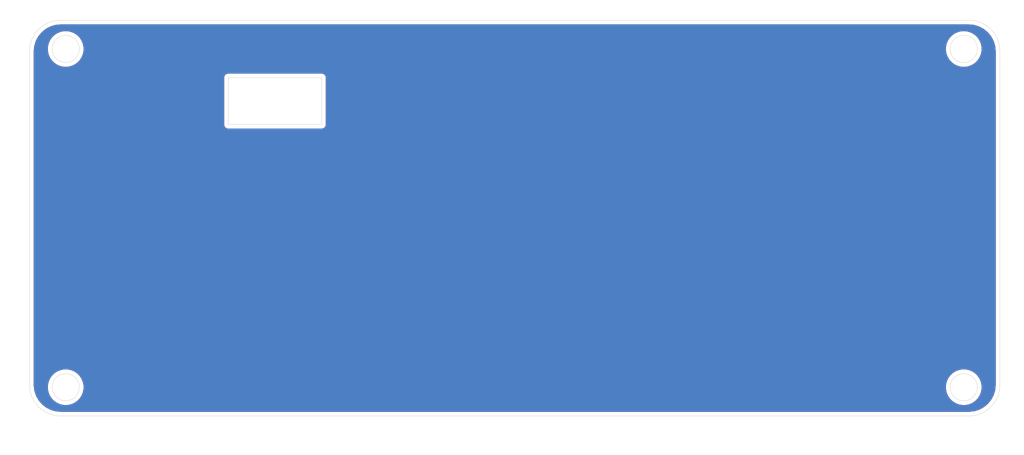
<source format=kicad_pcb>
(kicad_pcb (version 20171130) (host pcbnew "(5.1.9)-1")

  (general
    (thickness 1.6)
    (drawings 16)
    (tracks 0)
    (zones 0)
    (modules 0)
    (nets 1)
  )

  (page A4)
  (layers
    (0 F.Cu signal)
    (31 B.Cu signal)
    (32 B.Adhes user)
    (33 F.Adhes user)
    (34 B.Paste user)
    (35 F.Paste user)
    (36 B.SilkS user)
    (37 F.SilkS user)
    (38 B.Mask user)
    (39 F.Mask user)
    (40 Dwgs.User user)
    (41 Cmts.User user)
    (42 Eco1.User user)
    (43 Eco2.User user)
    (44 Edge.Cuts user)
    (45 Margin user)
    (46 B.CrtYd user)
    (47 F.CrtYd user)
    (48 B.Fab user)
    (49 F.Fab user)
  )

  (setup
    (last_trace_width 0.25)
    (trace_clearance 0.2)
    (zone_clearance 0.508)
    (zone_45_only no)
    (trace_min 0.2)
    (via_size 0.8)
    (via_drill 0.4)
    (via_min_size 0.4)
    (via_min_drill 0.3)
    (uvia_size 0.3)
    (uvia_drill 0.1)
    (uvias_allowed no)
    (uvia_min_size 0.2)
    (uvia_min_drill 0.1)
    (edge_width 0.05)
    (segment_width 0.2)
    (pcb_text_width 0.3)
    (pcb_text_size 1.5 1.5)
    (mod_edge_width 0.12)
    (mod_text_size 1 1)
    (mod_text_width 0.15)
    (pad_size 1.524 1.524)
    (pad_drill 0.762)
    (pad_to_mask_clearance 0)
    (aux_axis_origin 0 0)
    (visible_elements 7FFFFFFF)
    (pcbplotparams
      (layerselection 0x010fc_ffffffff)
      (usegerberextensions false)
      (usegerberattributes true)
      (usegerberadvancedattributes true)
      (creategerberjobfile true)
      (excludeedgelayer true)
      (linewidth 0.100000)
      (plotframeref false)
      (viasonmask false)
      (mode 1)
      (useauxorigin false)
      (hpglpennumber 1)
      (hpglpenspeed 20)
      (hpglpendiameter 15.000000)
      (psnegative false)
      (psa4output false)
      (plotreference true)
      (plotvalue true)
      (plotinvisibletext false)
      (padsonsilk false)
      (subtractmaskfromsilk false)
      (outputformat 1)
      (mirror false)
      (drillshape 0)
      (scaleselection 1)
      (outputdirectory "Gerber/"))
  )

  (net 0 "")

  (net_class Default "This is the default net class."
    (clearance 0.2)
    (trace_width 0.25)
    (via_dia 0.8)
    (via_drill 0.4)
    (uvia_dia 0.3)
    (uvia_drill 0.1)
  )

  (gr_circle (center 120.15 47.2) (end 121.9 47.2) (layer Edge.Cuts) (width 0.05) (tstamp 61DCF53F))
  (gr_circle (center 4.65 47.2) (end 6.4 47.2) (layer Edge.Cuts) (width 0.05) (tstamp 61DCF53D))
  (gr_circle (center 120.15 3.7) (end 121.9 3.7) (layer Edge.Cuts) (width 0.05) (tstamp 61DCF53B))
  (gr_circle (center 4.65 3.7) (end 6.4 3.7) (layer Edge.Cuts) (width 0.05))
  (gr_arc (start 4 46.9) (end 0 47) (angle -90) (layer Edge.Cuts) (width 0.05))
  (gr_arc (start 120.8 46.9) (end 120.8 50.9) (angle -90) (layer Edge.Cuts) (width 0.05))
  (gr_arc (start 120.8 4) (end 124.8 4) (angle -90) (layer Edge.Cuts) (width 0.05))
  (gr_arc (start 4 4) (end 4 0) (angle -90) (layer Edge.Cuts) (width 0.05))
  (gr_line (start 37.565 7.4) (end 37.565 13.4) (layer Edge.Cuts) (width 0.05) (tstamp 61DCF4B6))
  (gr_line (start 25.565 7.4) (end 25.565 13.4) (layer Edge.Cuts) (width 0.05) (tstamp 61DCF4B5))
  (gr_line (start 25.565 7.4) (end 37.565 7.4) (layer Edge.Cuts) (width 0.05))
  (gr_line (start 25.565 13.4) (end 37.565 13.4) (layer Edge.Cuts) (width 0.05))
  (gr_line (start 124.8 46.9) (end 124.8 4) (layer Edge.Cuts) (width 0.05) (tstamp 61DCF3CC))
  (gr_line (start 4.1 50.9) (end 120.8 50.9) (layer Edge.Cuts) (width 0.05))
  (gr_line (start 0 4) (end 0 47) (layer Edge.Cuts) (width 0.05))
  (gr_line (start 4 0) (end 120.8 0) (layer Edge.Cuts) (width 0.05))

  (zone (net 0) (net_name "") (layer F.Cu) (tstamp 0) (hatch edge 0.508)
    (connect_pads (clearance 0.508))
    (min_thickness 0.254)
    (fill yes (arc_segments 32) (thermal_gap 0.508) (thermal_bridge_width 0.508))
    (polygon
      (pts
        (xy 127.9 55.9) (xy -3.8 55.9) (xy -2.7 -2.6) (xy 127.9 -2.6)
      )
    )
    (filled_polygon
      (pts
        (xy 121.448126 0.726714) (xy 122.071572 0.914943) (xy 122.646579 1.220681) (xy 123.151247 1.632279) (xy 123.566362 2.134067)
        (xy 123.876105 2.706924) (xy 124.068682 3.329039) (xy 124.140001 4.007594) (xy 124.14 46.867721) (xy 124.073286 47.548126)
        (xy 123.885057 48.17157) (xy 123.579323 48.746573) (xy 123.167721 49.251248) (xy 122.665933 49.666362) (xy 122.093077 49.976104)
        (xy 121.470961 50.168682) (xy 120.792417 50.24) (xy 4.124022 50.24) (xy 3.433667 50.189692) (xy 2.805481 50.017039)
        (xy 2.2228 49.725663) (xy 1.707804 49.326653) (xy 1.280117 48.835211) (xy 0.956032 48.270063) (xy 0.747891 47.652728)
        (xy 0.66 46.978957) (xy 0.66 46.961818) (xy 2.231701 46.961818) (xy 2.231701 47.438182) (xy 2.324635 47.905392)
        (xy 2.506931 48.345494) (xy 2.771585 48.741576) (xy 3.108424 49.078415) (xy 3.504506 49.343069) (xy 3.944608 49.525365)
        (xy 4.411818 49.618299) (xy 4.888182 49.618299) (xy 5.355392 49.525365) (xy 5.795494 49.343069) (xy 6.191576 49.078415)
        (xy 6.528415 48.741576) (xy 6.793069 48.345494) (xy 6.975365 47.905392) (xy 7.068299 47.438182) (xy 7.068299 46.961818)
        (xy 117.731701 46.961818) (xy 117.731701 47.438182) (xy 117.824635 47.905392) (xy 118.006931 48.345494) (xy 118.271585 48.741576)
        (xy 118.608424 49.078415) (xy 119.004506 49.343069) (xy 119.444608 49.525365) (xy 119.911818 49.618299) (xy 120.388182 49.618299)
        (xy 120.855392 49.525365) (xy 121.295494 49.343069) (xy 121.691576 49.078415) (xy 122.028415 48.741576) (xy 122.293069 48.345494)
        (xy 122.475365 47.905392) (xy 122.568299 47.438182) (xy 122.568299 46.961818) (xy 122.475365 46.494608) (xy 122.293069 46.054506)
        (xy 122.028415 45.658424) (xy 121.691576 45.321585) (xy 121.295494 45.056931) (xy 120.855392 44.874635) (xy 120.388182 44.781701)
        (xy 119.911818 44.781701) (xy 119.444608 44.874635) (xy 119.004506 45.056931) (xy 118.608424 45.321585) (xy 118.271585 45.658424)
        (xy 118.006931 46.054506) (xy 117.824635 46.494608) (xy 117.731701 46.961818) (xy 7.068299 46.961818) (xy 6.975365 46.494608)
        (xy 6.793069 46.054506) (xy 6.528415 45.658424) (xy 6.191576 45.321585) (xy 5.795494 45.056931) (xy 5.355392 44.874635)
        (xy 4.888182 44.781701) (xy 4.411818 44.781701) (xy 3.944608 44.874635) (xy 3.504506 45.056931) (xy 3.108424 45.321585)
        (xy 2.771585 45.658424) (xy 2.506931 46.054506) (xy 2.324635 46.494608) (xy 2.231701 46.961818) (xy 0.66 46.961818)
        (xy 0.66 7.4) (xy 24.901807 7.4) (xy 24.905 7.432419) (xy 24.905001 13.367571) (xy 24.901807 13.4)
        (xy 24.91455 13.529383) (xy 24.95229 13.653793) (xy 25.013575 13.76845) (xy 25.096052 13.868948) (xy 25.19655 13.951425)
        (xy 25.311207 14.01271) (xy 25.435617 14.05045) (xy 25.532581 14.06) (xy 25.565 14.063193) (xy 25.597419 14.06)
        (xy 37.532581 14.06) (xy 37.565 14.063193) (xy 37.597419 14.06) (xy 37.694383 14.05045) (xy 37.818793 14.01271)
        (xy 37.93345 13.951425) (xy 38.033948 13.868948) (xy 38.116425 13.76845) (xy 38.17771 13.653793) (xy 38.21545 13.529383)
        (xy 38.228193 13.4) (xy 38.225 13.367581) (xy 38.225 7.432419) (xy 38.228193 7.4) (xy 38.21545 7.270617)
        (xy 38.17771 7.146207) (xy 38.116425 7.03155) (xy 38.033948 6.931052) (xy 37.93345 6.848575) (xy 37.818793 6.78729)
        (xy 37.694383 6.74955) (xy 37.597419 6.74) (xy 37.565 6.736807) (xy 37.532581 6.74) (xy 25.597419 6.74)
        (xy 25.565 6.736807) (xy 25.532581 6.74) (xy 25.435617 6.74955) (xy 25.311207 6.78729) (xy 25.19655 6.848575)
        (xy 25.096052 6.931052) (xy 25.013575 7.03155) (xy 24.95229 7.146207) (xy 24.91455 7.270617) (xy 24.901807 7.4)
        (xy 0.66 7.4) (xy 0.66 4.032278) (xy 0.715933 3.461818) (xy 2.231701 3.461818) (xy 2.231701 3.938182)
        (xy 2.324635 4.405392) (xy 2.506931 4.845494) (xy 2.771585 5.241576) (xy 3.108424 5.578415) (xy 3.504506 5.843069)
        (xy 3.944608 6.025365) (xy 4.411818 6.118299) (xy 4.888182 6.118299) (xy 5.355392 6.025365) (xy 5.795494 5.843069)
        (xy 6.191576 5.578415) (xy 6.528415 5.241576) (xy 6.793069 4.845494) (xy 6.975365 4.405392) (xy 7.068299 3.938182)
        (xy 7.068299 3.461818) (xy 117.731701 3.461818) (xy 117.731701 3.938182) (xy 117.824635 4.405392) (xy 118.006931 4.845494)
        (xy 118.271585 5.241576) (xy 118.608424 5.578415) (xy 119.004506 5.843069) (xy 119.444608 6.025365) (xy 119.911818 6.118299)
        (xy 120.388182 6.118299) (xy 120.855392 6.025365) (xy 121.295494 5.843069) (xy 121.691576 5.578415) (xy 122.028415 5.241576)
        (xy 122.293069 4.845494) (xy 122.475365 4.405392) (xy 122.568299 3.938182) (xy 122.568299 3.461818) (xy 122.475365 2.994608)
        (xy 122.293069 2.554506) (xy 122.028415 2.158424) (xy 121.691576 1.821585) (xy 121.295494 1.556931) (xy 120.855392 1.374635)
        (xy 120.388182 1.281701) (xy 119.911818 1.281701) (xy 119.444608 1.374635) (xy 119.004506 1.556931) (xy 118.608424 1.821585)
        (xy 118.271585 2.158424) (xy 118.006931 2.554506) (xy 117.824635 2.994608) (xy 117.731701 3.461818) (xy 7.068299 3.461818)
        (xy 6.975365 2.994608) (xy 6.793069 2.554506) (xy 6.528415 2.158424) (xy 6.191576 1.821585) (xy 5.795494 1.556931)
        (xy 5.355392 1.374635) (xy 4.888182 1.281701) (xy 4.411818 1.281701) (xy 3.944608 1.374635) (xy 3.504506 1.556931)
        (xy 3.108424 1.821585) (xy 2.771585 2.158424) (xy 2.506931 2.554506) (xy 2.324635 2.994608) (xy 2.231701 3.461818)
        (xy 0.715933 3.461818) (xy 0.726714 3.351874) (xy 0.914943 2.728428) (xy 1.220681 2.153421) (xy 1.632279 1.648753)
        (xy 2.134067 1.233638) (xy 2.706924 0.923895) (xy 3.329039 0.731318) (xy 4.007584 0.66) (xy 120.767722 0.66)
      )
    )
  )
  (zone (net 0) (net_name "") (layer B.Cu) (tstamp 0) (hatch edge 0.508)
    (connect_pads (clearance 0.508))
    (min_thickness 0.254)
    (fill yes (arc_segments 32) (thermal_gap 0.508) (thermal_bridge_width 0.508))
    (polygon
      (pts
        (xy 127.4 54.6) (xy -3.2 54.6) (xy -3.2 -2.2) (xy 127.4 -2.2)
      )
    )
    (filled_polygon
      (pts
        (xy 121.448126 0.726714) (xy 122.071572 0.914943) (xy 122.646579 1.220681) (xy 123.151247 1.632279) (xy 123.566362 2.134067)
        (xy 123.876105 2.706924) (xy 124.068682 3.329039) (xy 124.140001 4.007594) (xy 124.14 46.867721) (xy 124.073286 47.548126)
        (xy 123.885057 48.17157) (xy 123.579323 48.746573) (xy 123.167721 49.251248) (xy 122.665933 49.666362) (xy 122.093077 49.976104)
        (xy 121.470961 50.168682) (xy 120.792417 50.24) (xy 4.124022 50.24) (xy 3.433667 50.189692) (xy 2.805481 50.017039)
        (xy 2.2228 49.725663) (xy 1.707804 49.326653) (xy 1.280117 48.835211) (xy 0.956032 48.270063) (xy 0.747891 47.652728)
        (xy 0.66 46.978957) (xy 0.66 46.961818) (xy 2.231701 46.961818) (xy 2.231701 47.438182) (xy 2.324635 47.905392)
        (xy 2.506931 48.345494) (xy 2.771585 48.741576) (xy 3.108424 49.078415) (xy 3.504506 49.343069) (xy 3.944608 49.525365)
        (xy 4.411818 49.618299) (xy 4.888182 49.618299) (xy 5.355392 49.525365) (xy 5.795494 49.343069) (xy 6.191576 49.078415)
        (xy 6.528415 48.741576) (xy 6.793069 48.345494) (xy 6.975365 47.905392) (xy 7.068299 47.438182) (xy 7.068299 46.961818)
        (xy 117.731701 46.961818) (xy 117.731701 47.438182) (xy 117.824635 47.905392) (xy 118.006931 48.345494) (xy 118.271585 48.741576)
        (xy 118.608424 49.078415) (xy 119.004506 49.343069) (xy 119.444608 49.525365) (xy 119.911818 49.618299) (xy 120.388182 49.618299)
        (xy 120.855392 49.525365) (xy 121.295494 49.343069) (xy 121.691576 49.078415) (xy 122.028415 48.741576) (xy 122.293069 48.345494)
        (xy 122.475365 47.905392) (xy 122.568299 47.438182) (xy 122.568299 46.961818) (xy 122.475365 46.494608) (xy 122.293069 46.054506)
        (xy 122.028415 45.658424) (xy 121.691576 45.321585) (xy 121.295494 45.056931) (xy 120.855392 44.874635) (xy 120.388182 44.781701)
        (xy 119.911818 44.781701) (xy 119.444608 44.874635) (xy 119.004506 45.056931) (xy 118.608424 45.321585) (xy 118.271585 45.658424)
        (xy 118.006931 46.054506) (xy 117.824635 46.494608) (xy 117.731701 46.961818) (xy 7.068299 46.961818) (xy 6.975365 46.494608)
        (xy 6.793069 46.054506) (xy 6.528415 45.658424) (xy 6.191576 45.321585) (xy 5.795494 45.056931) (xy 5.355392 44.874635)
        (xy 4.888182 44.781701) (xy 4.411818 44.781701) (xy 3.944608 44.874635) (xy 3.504506 45.056931) (xy 3.108424 45.321585)
        (xy 2.771585 45.658424) (xy 2.506931 46.054506) (xy 2.324635 46.494608) (xy 2.231701 46.961818) (xy 0.66 46.961818)
        (xy 0.66 7.4) (xy 24.901807 7.4) (xy 24.905 7.432419) (xy 24.905001 13.367571) (xy 24.901807 13.4)
        (xy 24.91455 13.529383) (xy 24.95229 13.653793) (xy 25.013575 13.76845) (xy 25.096052 13.868948) (xy 25.19655 13.951425)
        (xy 25.311207 14.01271) (xy 25.435617 14.05045) (xy 25.532581 14.06) (xy 25.565 14.063193) (xy 25.597419 14.06)
        (xy 37.532581 14.06) (xy 37.565 14.063193) (xy 37.597419 14.06) (xy 37.694383 14.05045) (xy 37.818793 14.01271)
        (xy 37.93345 13.951425) (xy 38.033948 13.868948) (xy 38.116425 13.76845) (xy 38.17771 13.653793) (xy 38.21545 13.529383)
        (xy 38.228193 13.4) (xy 38.225 13.367581) (xy 38.225 7.432419) (xy 38.228193 7.4) (xy 38.21545 7.270617)
        (xy 38.17771 7.146207) (xy 38.116425 7.03155) (xy 38.033948 6.931052) (xy 37.93345 6.848575) (xy 37.818793 6.78729)
        (xy 37.694383 6.74955) (xy 37.597419 6.74) (xy 37.565 6.736807) (xy 37.532581 6.74) (xy 25.597419 6.74)
        (xy 25.565 6.736807) (xy 25.532581 6.74) (xy 25.435617 6.74955) (xy 25.311207 6.78729) (xy 25.19655 6.848575)
        (xy 25.096052 6.931052) (xy 25.013575 7.03155) (xy 24.95229 7.146207) (xy 24.91455 7.270617) (xy 24.901807 7.4)
        (xy 0.66 7.4) (xy 0.66 4.032278) (xy 0.715933 3.461818) (xy 2.231701 3.461818) (xy 2.231701 3.938182)
        (xy 2.324635 4.405392) (xy 2.506931 4.845494) (xy 2.771585 5.241576) (xy 3.108424 5.578415) (xy 3.504506 5.843069)
        (xy 3.944608 6.025365) (xy 4.411818 6.118299) (xy 4.888182 6.118299) (xy 5.355392 6.025365) (xy 5.795494 5.843069)
        (xy 6.191576 5.578415) (xy 6.528415 5.241576) (xy 6.793069 4.845494) (xy 6.975365 4.405392) (xy 7.068299 3.938182)
        (xy 7.068299 3.461818) (xy 117.731701 3.461818) (xy 117.731701 3.938182) (xy 117.824635 4.405392) (xy 118.006931 4.845494)
        (xy 118.271585 5.241576) (xy 118.608424 5.578415) (xy 119.004506 5.843069) (xy 119.444608 6.025365) (xy 119.911818 6.118299)
        (xy 120.388182 6.118299) (xy 120.855392 6.025365) (xy 121.295494 5.843069) (xy 121.691576 5.578415) (xy 122.028415 5.241576)
        (xy 122.293069 4.845494) (xy 122.475365 4.405392) (xy 122.568299 3.938182) (xy 122.568299 3.461818) (xy 122.475365 2.994608)
        (xy 122.293069 2.554506) (xy 122.028415 2.158424) (xy 121.691576 1.821585) (xy 121.295494 1.556931) (xy 120.855392 1.374635)
        (xy 120.388182 1.281701) (xy 119.911818 1.281701) (xy 119.444608 1.374635) (xy 119.004506 1.556931) (xy 118.608424 1.821585)
        (xy 118.271585 2.158424) (xy 118.006931 2.554506) (xy 117.824635 2.994608) (xy 117.731701 3.461818) (xy 7.068299 3.461818)
        (xy 6.975365 2.994608) (xy 6.793069 2.554506) (xy 6.528415 2.158424) (xy 6.191576 1.821585) (xy 5.795494 1.556931)
        (xy 5.355392 1.374635) (xy 4.888182 1.281701) (xy 4.411818 1.281701) (xy 3.944608 1.374635) (xy 3.504506 1.556931)
        (xy 3.108424 1.821585) (xy 2.771585 2.158424) (xy 2.506931 2.554506) (xy 2.324635 2.994608) (xy 2.231701 3.461818)
        (xy 0.715933 3.461818) (xy 0.726714 3.351874) (xy 0.914943 2.728428) (xy 1.220681 2.153421) (xy 1.632279 1.648753)
        (xy 2.134067 1.233638) (xy 2.706924 0.923895) (xy 3.329039 0.731318) (xy 4.007584 0.66) (xy 120.767722 0.66)
      )
    )
  )
)

</source>
